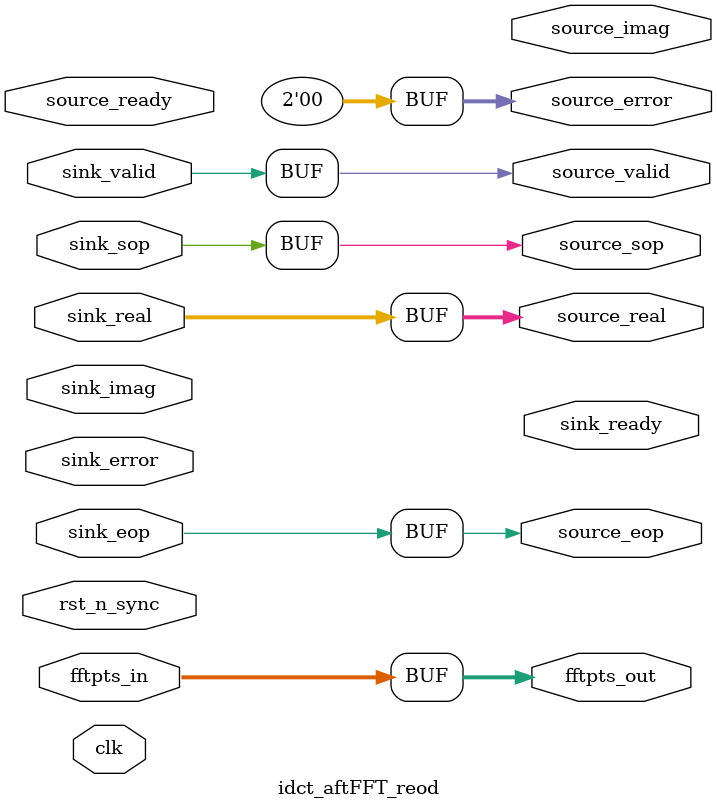
<source format=v>


module idct_aftFFT_reod #(parameter  
		wDataInOut = 16
	)
	(
	// left side
	input 		rst_n_sync,  // clk synchronous reset active low
	input		clk,
	input		sink_valid,
	output	reg	sink_ready,
	input	[1:0]	sink_error,
	input		sink_sop,
	input		sink_eop,
	input	[wDataInOut-1:0]	sink_real,
	input	[wDataInOut-1:0]	sink_imag,
	input	[11:0]	fftpts_in,

	// right side
	output reg		source_valid,
	input			source_ready,
	output	[1:0]	source_error,
	output reg		source_sop,
	output reg		source_eop,
	output 	[wDataInOut-1:0]	source_real,
	output 	[wDataInOut-1:0]	source_imag,
	output	[11:0]	fftpts_out
	);


assign fftpts_out = fftpts_in;
assign source_error = 2'b00;

assign source_real = sink_real;
assign source_imag = source_imag;
assign source_sop = sink_sop;
assign source_eop = sink_eop;
assign source_valid = sink_valid;




endmodule
</source>
